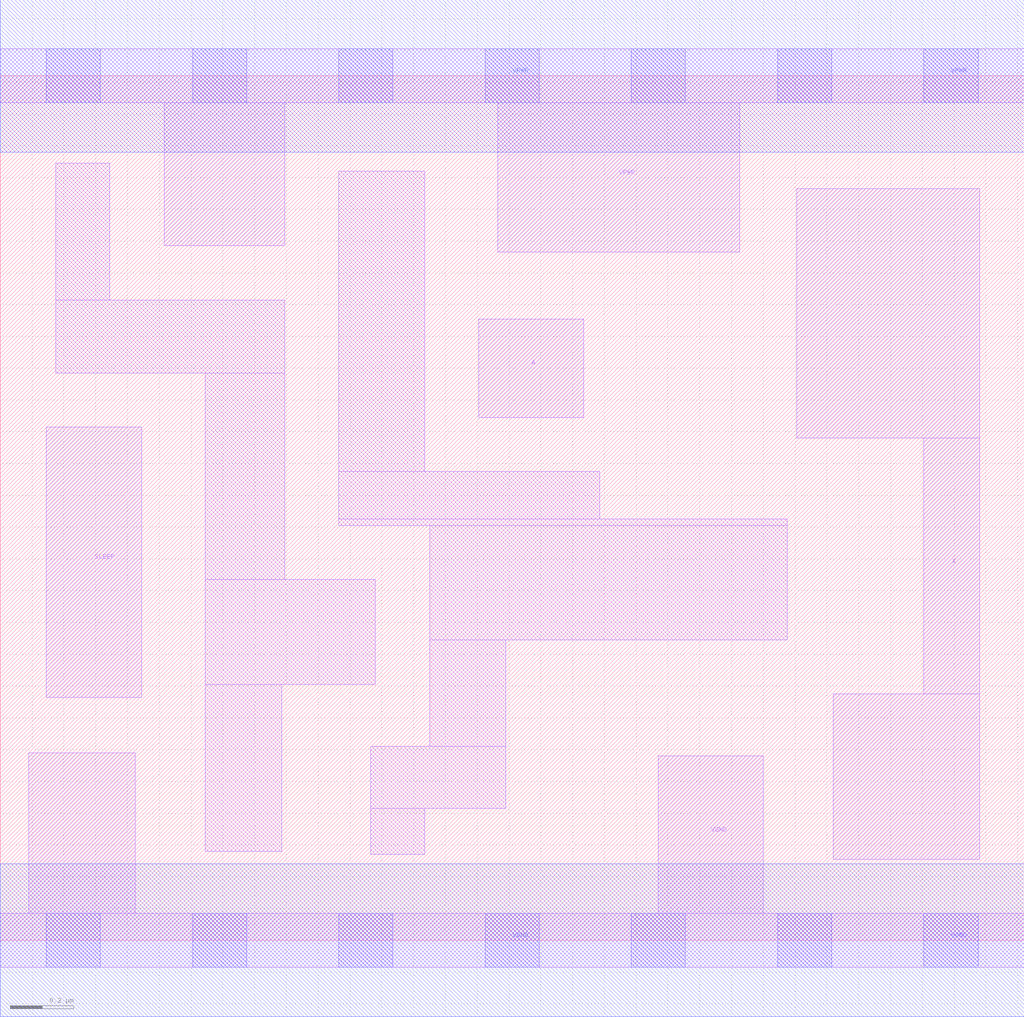
<source format=lef>
# Copyright 2020 The SkyWater PDK Authors
#
# Licensed under the Apache License, Version 2.0 (the "License");
# you may not use this file except in compliance with the License.
# You may obtain a copy of the License at
#
#     https://www.apache.org/licenses/LICENSE-2.0
#
# Unless required by applicable law or agreed to in writing, software
# distributed under the License is distributed on an "AS IS" BASIS,
# WITHOUT WARRANTIES OR CONDITIONS OF ANY KIND, either express or implied.
# See the License for the specific language governing permissions and
# limitations under the License.
#
# SPDX-License-Identifier: Apache-2.0

VERSION 5.7 ;
  NAMESCASESENSITIVE ON ;
  NOWIREEXTENSIONATPIN ON ;
  DIVIDERCHAR "/" ;
  BUSBITCHARS "[]" ;
UNITS
  DATABASE MICRONS 200 ;
END UNITS
PROPERTYDEFINITIONS
  MACRO maskLayoutSubType STRING ;
  MACRO prCellType STRING ;
  MACRO originalViewName STRING ;
END PROPERTYDEFINITIONS
MACRO sky130_fd_sc_hdll__inputiso0p_1
  CLASS CORE ;
  FOREIGN sky130_fd_sc_hdll__inputiso0p_1 ;
  ORIGIN  0.000000  0.000000 ;
  SIZE  3.220000 BY  2.720000 ;
  SYMMETRY X Y R90 ;
  SITE unithd ;
  PIN A
    ANTENNAGATEAREA  0.138600 ;
    DIRECTION INPUT ;
    USE SIGNAL ;
    PORT
      LAYER li1 ;
        RECT 1.505000 1.645000 1.835000 1.955000 ;
    END
  END A
  PIN SLEEP
    ANTENNAGATEAREA  0.138600 ;
    DIRECTION INPUT ;
    USE SIGNAL ;
    PORT
      LAYER li1 ;
        RECT 0.145000 0.765000 0.445000 1.615000 ;
    END
  END SLEEP
  PIN VGND
    ANTENNADIFFAREA  0.419700 ;
    DIRECTION INOUT ;
    USE SIGNAL ;
    PORT
      LAYER li1 ;
        RECT 0.000000 -0.085000 3.220000 0.085000 ;
        RECT 0.090000  0.085000 0.425000 0.590000 ;
        RECT 2.070000  0.085000 2.400000 0.580000 ;
      LAYER mcon ;
        RECT 0.145000 -0.085000 0.315000 0.085000 ;
        RECT 0.605000 -0.085000 0.775000 0.085000 ;
        RECT 1.065000 -0.085000 1.235000 0.085000 ;
        RECT 1.525000 -0.085000 1.695000 0.085000 ;
        RECT 1.985000 -0.085000 2.155000 0.085000 ;
        RECT 2.445000 -0.085000 2.615000 0.085000 ;
        RECT 2.905000 -0.085000 3.075000 0.085000 ;
      LAYER met1 ;
        RECT 0.000000 -0.240000 3.220000 0.240000 ;
    END
  END VGND
  PIN VPWR
    ANTENNADIFFAREA  0.623300 ;
    DIRECTION INOUT ;
    USE SIGNAL ;
    PORT
      LAYER li1 ;
        RECT 0.000000 2.635000 3.220000 2.805000 ;
        RECT 0.515000 2.185000 0.895000 2.635000 ;
        RECT 1.565000 2.165000 2.325000 2.635000 ;
      LAYER mcon ;
        RECT 0.145000 2.635000 0.315000 2.805000 ;
        RECT 0.605000 2.635000 0.775000 2.805000 ;
        RECT 1.065000 2.635000 1.235000 2.805000 ;
        RECT 1.525000 2.635000 1.695000 2.805000 ;
        RECT 1.985000 2.635000 2.155000 2.805000 ;
        RECT 2.445000 2.635000 2.615000 2.805000 ;
        RECT 2.905000 2.635000 3.075000 2.805000 ;
      LAYER met1 ;
        RECT 0.000000 2.480000 3.220000 2.960000 ;
    END
  END VPWR
  PIN X
    ANTENNADIFFAREA  0.439000 ;
    DIRECTION OUTPUT ;
    USE SIGNAL ;
    PORT
      LAYER li1 ;
        RECT 2.505000 1.580000 3.080000 2.365000 ;
        RECT 2.620000 0.255000 3.080000 0.775000 ;
        RECT 2.905000 0.775000 3.080000 1.580000 ;
    END
  END X
  OBS
    LAYER li1 ;
      RECT 0.175000 1.785000 0.895000 2.015000 ;
      RECT 0.175000 2.015000 0.345000 2.445000 ;
      RECT 0.645000 0.280000 0.885000 0.805000 ;
      RECT 0.645000 0.805000 1.180000 1.135000 ;
      RECT 0.645000 1.135000 0.895000 1.785000 ;
      RECT 1.065000 1.305000 2.475000 1.325000 ;
      RECT 1.065000 1.325000 1.885000 1.475000 ;
      RECT 1.065000 1.475000 1.335000 2.420000 ;
      RECT 1.165000 0.270000 1.335000 0.415000 ;
      RECT 1.165000 0.415000 1.590000 0.610000 ;
      RECT 1.350000 0.610000 1.590000 0.945000 ;
      RECT 1.350000 0.945000 2.475000 1.305000 ;
  END
  PROPERTY maskLayoutSubType "abstract" ;
  PROPERTY prCellType "standard" ;
  PROPERTY originalViewName "layout" ;
END sky130_fd_sc_hdll__inputiso0p_1

</source>
